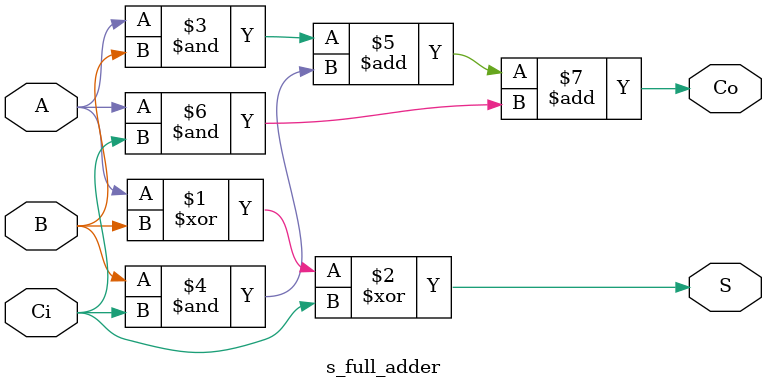
<source format=v>
module s_full_adder(input A, B, Ci, output Co, S);
  assign S = A ^ B ^ Ci;
  assign Co = (A & B) + (B & Ci) + (A & Ci);
endmodule

</source>
